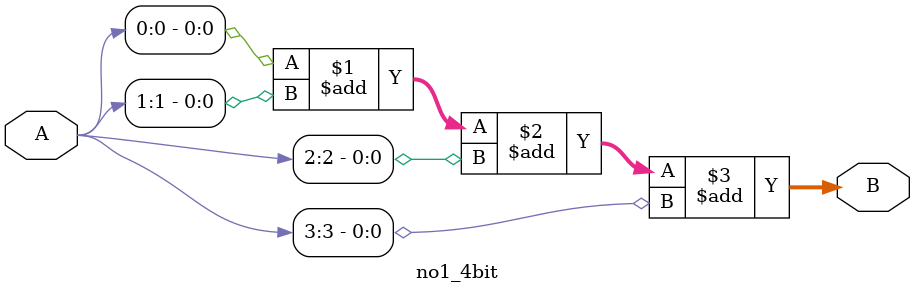
<source format=sv>
module no1_4bit(A,B);
  input [3:0]A;
    output[3:0] B;

  assign B=A[0]+A[1]+A[2]+A[3];
  
endmodule

</source>
